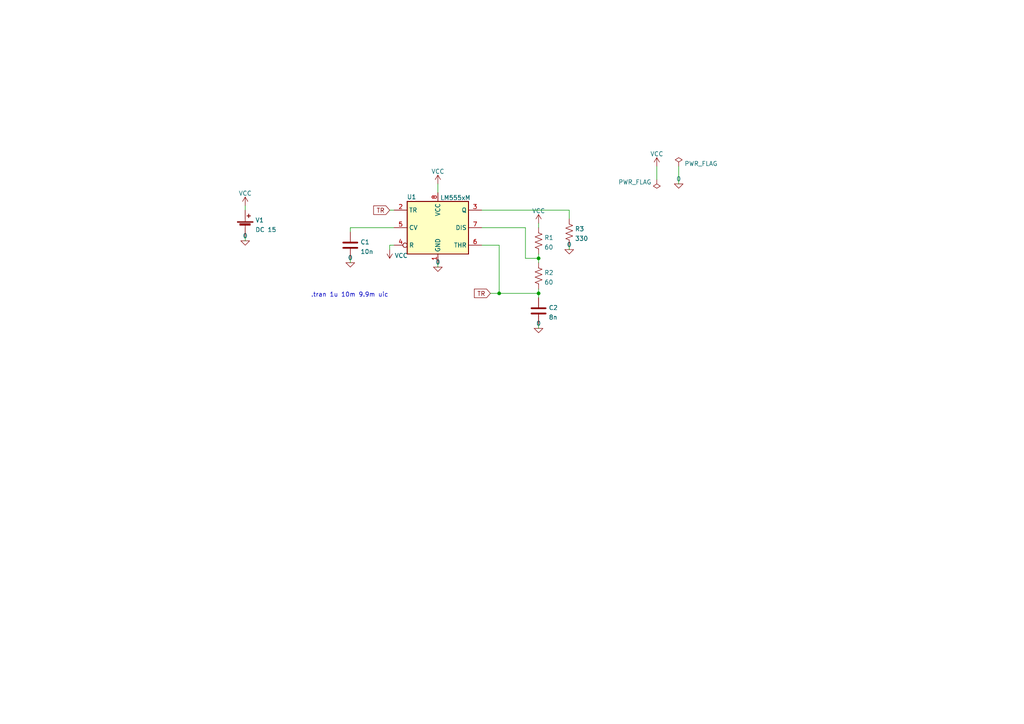
<source format=kicad_sch>
(kicad_sch (version 20210621) (generator eeschema)
  (paper "A4")
  (lib_symbols
    (symbol "Device:Battery_Cell" (pin_numbers hide) (pin_names (offset 0) hide)
      (property "Reference" "BT" (at 2.54 2.54 0))
      (property "Value" "Battery_Cell" (at 2.54 0 0))
      (symbol "Battery_Cell_0_1"
        (rectangle (start -2.286 1.778) (end 2.286 1.524) (fill (type outline)))
        (rectangle (start -1.5748 1.1938) (end 1.4732 0.6858) (fill (type outline)))
        (polyline (pts (xy 0 0.762) (xy 0 0)))
        (polyline (pts (xy 0 1.778) (xy 0 2.54)))
        (polyline (pts (xy 0.508 3.429) (xy 1.524 3.429)) (stroke (width 0.254)))
        (polyline (pts (xy 1.016 3.937) (xy 1.016 2.921)) (stroke (width 0.254)))
      )
      (symbol "Battery_Cell_1_1"
        (pin passive line (at 0 5.08 270) (length 2.54) (name "+") (number "1"))
        (pin passive line (at 0 -2.54 90) (length 2.54) (name "-") (number "2"))
      )
    )
    (symbol "Device:C" (pin_numbers hide) (pin_names (offset 0.254))
      (property "Reference" "C" (at 0.635 2.54 0))
      (property "Value" "C" (at 0.635 -2.54 0))
      (symbol "C_0_1"
        (polyline (pts (xy -2.032 -0.762) (xy 2.032 -0.762)) (stroke (width 0.508)))
        (polyline (pts (xy -2.032 0.762) (xy 2.032 0.762)) (stroke (width 0.508)))
      )
      (symbol "C_1_1"
        (pin passive line (at 0 3.81 270) (length 2.794) (name "~") (number "1"))
        (pin passive line (at 0 -3.81 90) (length 2.794) (name "~") (number "2"))
      )
    )
    (symbol "Device:R_US" (pin_numbers hide) (pin_names (offset 0))
      (property "Reference" "R" (at 2.54 0 90))
      (property "Value" "R_US" (at -2.54 0 90))
      (symbol "R_US_0_1"
        (polyline (pts (xy 0 -2.286) (xy 0 -2.54)))
        (polyline (pts (xy 0 2.286) (xy 0 2.54)))
        (polyline (pts (xy 0 -0.762) (xy 1.016 -1.143) (xy 0 -1.524) (xy -1.016 -1.905) (xy 0 -2.286)))
        (polyline (pts (xy 0 0.762) (xy 1.016 0.381) (xy 0 0) (xy -1.016 -0.381) (xy 0 -0.762)))
        (polyline (pts (xy 0 2.286) (xy 1.016 1.905) (xy 0 1.524) (xy -1.016 1.143) (xy 0 0.762)))
      )
      (symbol "R_US_1_1"
        (pin passive line (at 0 3.81 270) (length 1.27) (name "~") (number "1"))
        (pin passive line (at 0 -3.81 90) (length 1.27) (name "~") (number "2"))
      )
    )
    (symbol "Timer:LM555xM"
      (property "Reference" "U" (at -10.16 8.89 0))
      (property "Value" "LM555xM" (at 2.54 8.89 0))
      (symbol "LM555xM_0_0"
        (pin power_in line (at 0 -10.16 90) (length 2.54) (name "GND") (number "1"))
        (pin power_in line (at 0 10.16 270) (length 2.54) (name "VCC") (number "8"))
      )
      (symbol "LM555xM_0_1"
        (rectangle (start -8.89 -7.62) (end 8.89 7.62) (stroke (width 0.254)) (fill (type background)))
        (rectangle (start -8.89 -7.62) (end 8.89 7.62) (stroke (width 0.254)) (fill (type background)))
      )
      (symbol "LM555xM_1_1"
        (pin input line (at -12.7 5.08 0) (length 3.81) (name "TR") (number "2"))
        (pin output line (at 12.7 5.08 180) (length 3.81) (name "Q") (number "3"))
        (pin input inverted (at -12.7 -5.08 0) (length 3.81) (name "R") (number "4"))
        (pin input line (at -12.7 0 0) (length 3.81) (name "CV") (number "5"))
        (pin input line (at 12.7 -5.08 180) (length 3.81) (name "THR") (number "6"))
        (pin input line (at 12.7 0 180) (length 3.81) (name "DIS") (number "7"))
      )
    )
    (symbol "power:PWR_FLAG" (power) (pin_numbers hide) (pin_names (offset 0) hide)
      (property "Value" "PWR_FLAG" (at 0 3.81 0))
      (symbol "PWR_FLAG_0_0"
        (pin power_out line (at 0 0 90) (length 0) (name "pwr") (number "1"))
      )
      (symbol "PWR_FLAG_0_1"
        (polyline (pts (xy 0 0) (xy 0 1.27) (xy -1.016 1.905) (xy 0 2.54) (xy 1.016 1.905) (xy 0 1.27)))
      )
    )
    (symbol "power:VCC" (power) (pin_names (offset 0))
      (property "Value" "VCC" (at 0 3.81 0))
      (symbol "VCC_0_1"
        (polyline (pts (xy -0.762 1.27) (xy 0 2.54)))
        (polyline (pts (xy 0 0) (xy 0 2.54)))
        (polyline (pts (xy 0 2.54) (xy 0.762 1.27)))
      )
      (symbol "VCC_1_1"
        (pin power_in line (at 0 0 90) (length 0) hide (name "VCC") (number "1"))
      )
    )
    (symbol "pspice:0" (power) (pin_names (offset 0))
      (property "Value" "0" (at 0 -1.778 0))
      (symbol "0_0_1"
        (polyline (pts (xy -1.27 0) (xy 0 -1.27) (xy 1.27 0) (xy -1.27 0)))
      )
      (symbol "0_1_1"
        (pin power_in line (at 0 0 0) (length 0) hide (name "0") (number "1"))
      )
    )
  )
  (junction (at 144.78 85.09))
  (junction (at 156.21 74.93))
  (junction (at 156.21 85.09))
  (wire (pts (xy 71.12 59.69) (xy 71.12 60.96)))
  (wire (pts (xy 71.12 68.58) (xy 71.12 69.85)))
  (wire (pts (xy 101.6 66.04) (xy 101.6 67.31)))
  (wire (pts (xy 101.6 66.04) (xy 114.3 66.04)))
  (wire (pts (xy 101.6 74.93) (xy 101.6 76.2)))
  (wire (pts (xy 113.03 60.96) (xy 114.3 60.96)))
  (wire (pts (xy 113.03 71.12) (xy 113.03 72.39)))
  (wire (pts (xy 113.03 71.12) (xy 114.3 71.12)))
  (wire (pts (xy 127 53.34) (xy 127 55.88)))
  (wire (pts (xy 127 76.2) (xy 127 77.47)))
  (wire (pts (xy 139.7 60.96) (xy 165.1 60.96)))
  (wire (pts (xy 139.7 66.04) (xy 152.4 66.04)))
  (wire (pts (xy 139.7 71.12) (xy 144.78 71.12)))
  (wire (pts (xy 142.24 85.09) (xy 144.78 85.09)))
  (wire (pts (xy 144.78 85.09) (xy 144.78 71.12)))
  (wire (pts (xy 152.4 66.04) (xy 152.4 74.93)))
  (wire (pts (xy 152.4 74.93) (xy 156.21 74.93)))
  (wire (pts (xy 156.21 66.04) (xy 156.21 64.77)))
  (wire (pts (xy 156.21 74.93) (xy 156.21 73.66)))
  (wire (pts (xy 156.21 74.93) (xy 156.21 76.2)))
  (wire (pts (xy 156.21 83.82) (xy 156.21 85.09)))
  (wire (pts (xy 156.21 85.09) (xy 144.78 85.09)))
  (wire (pts (xy 156.21 85.09) (xy 156.21 86.36)))
  (wire (pts (xy 156.21 93.98) (xy 156.21 95.25)))
  (wire (pts (xy 165.1 60.96) (xy 165.1 63.5)))
  (wire (pts (xy 165.1 71.12) (xy 165.1 72.39)))
  (wire (pts (xy 190.5 48.26) (xy 190.5 52.07)))
  (wire (pts (xy 196.85 48.26) (xy 196.85 53.34)))
  (text ".tran 1u 10m 9.9m uic" (at 90.17 86.36 0) (effects (font (size 1.27 1.27)) (justify left bottom)))
  (global_label "TR" (shape input) (at 113.03 60.96 180) (property "Intersheet References" "${INTERSHEET_REFS}" (effects hide)))
  (global_label "TR" (shape input) (at 142.24 85.09 180) (property "Intersheet References" "${INTERSHEET_REFS}" (effects hide)))
  (symbol (lib_id "power:VCC") (at 71.12 59.69 0) (unit 1)
    (property "Reference" "#PWR01" (effects hide))
    (property "Value" "VCC" (at 71.12 56.0855 0))
  )
  (symbol (lib_id "power:VCC") (at 113.03 72.39 180) (unit 1)
    (property "Reference" "#PWR0108" (effects hide))
    (property "Value" "VCC" (at 114.427 74.1389 0) (effects (justify right)))
  )
  (symbol (lib_id "power:VCC") (at 127 53.34 0) (unit 1)
    (property "Reference" "#PWR03" (effects hide))
    (property "Value" "VCC" (at 127 49.7355 0))
  )
  (symbol (lib_id "power:VCC") (at 156.21 64.77 0) (unit 1)
    (property "Reference" "#PWR0104" (effects hide))
    (property "Value" "VCC" (at 156.21 61.1655 0))
  )
  (symbol (lib_id "power:VCC") (at 190.5 48.26 0) (unit 1)
    (property "Reference" "#PWR0101" (effects hide))
    (property "Value" "VCC" (at 190.5 44.6555 0))
  )
  (symbol (lib_id "pspice:0") (at 71.12 69.85 0) (unit 1)
    (property "Reference" "#GND01" (effects hide))
    (property "Value" "0" (at 71.12 68.4044 0))
  )
  (symbol (lib_id "pspice:0") (at 101.6 76.2 0) (unit 1)
    (property "Reference" "#GND02" (effects hide))
    (property "Value" "0" (at 101.6 74.7544 0))
  )
  (symbol (lib_id "pspice:0") (at 127 77.47 0) (unit 1)
    (property "Reference" "#GND03" (effects hide))
    (property "Value" "0" (at 127 76.0244 0))
  )
  (symbol (lib_id "pspice:0") (at 156.21 95.25 0) (unit 1)
    (property "Reference" "#GND04" (effects hide))
    (property "Value" "0" (at 156.21 93.8044 0))
  )
  (symbol (lib_id "pspice:0") (at 165.1 72.39 0) (unit 1)
    (property "Reference" "#GND05" (effects hide))
    (property "Value" "0" (at 165.1 70.9444 0))
  )
  (symbol (lib_id "pspice:0") (at 196.85 53.34 0) (unit 1)
    (property "Reference" "#GND06" (effects hide))
    (property "Value" "0" (at 196.85 51.8944 0))
  )
  (symbol (lib_id "power:PWR_FLAG") (at 190.5 52.07 180) (unit 1)
    (property "Reference" "#FLG0102" (effects hide))
    (property "Value" "PWR_FLAG" (at 184.15 52.8224 0))
  )
  (symbol (lib_id "power:PWR_FLAG") (at 196.85 48.26 0) (unit 1)
    (property "Reference" "#FLG0101" (effects hide))
    (property "Value" "PWR_FLAG" (at 198.501 47.469 0) (effects (justify left)))
  )
  (symbol (lib_id "Device:R_US") (at 156.21 69.85 0) (unit 1)
    (property "Reference" "R1" (at 157.861 68.9415 0) (effects (justify left)))
    (property "Value" "60" (at 157.861 71.7166 0) (effects (justify left)))
  )
  (symbol (lib_id "Device:R_US") (at 156.21 80.01 0) (unit 1)
    (property "Reference" "R2" (at 157.861 79.1015 0) (effects (justify left)))
    (property "Value" "60" (at 157.861 81.8766 0) (effects (justify left)))
  )
  (symbol (lib_id "Device:R_US") (at 165.1 67.31 0) (unit 1)
    (property "Reference" "R3" (at 166.751 66.4015 0) (effects (justify left)))
    (property "Value" "330" (at 166.751 69.1766 0) (effects (justify left)))
  )
  (symbol (lib_id "Device:Battery_Cell") (at 71.12 66.04 0) (unit 1)
    (property "Reference" "V1" (at 74.041 63.8615 0) (effects (justify left)))
    (property "Value" "DC 15" (at 74.041 66.6366 0) (effects (justify left)))
  )
  (symbol (lib_id "Device:C") (at 101.6 71.12 0) (unit 1)
    (property "Reference" "C1" (at 104.521 70.2115 0) (effects (justify left)))
    (property "Value" "10n" (at 104.521 72.9866 0) (effects (justify left)))
  )
  (symbol (lib_id "Device:C") (at 156.21 90.17 0) (unit 1)
    (property "Reference" "C2" (at 159.131 89.2615 0) (effects (justify left)))
    (property "Value" "8n" (at 159.131 92.0366 0) (effects (justify left)))
  )
  (symbol (lib_id "Timer:LM555xM") (at 127 66.04 0) (unit 1)
    (property "Reference" "U1" (at 119.38 57.1204 0))
    (property "Value" "LM555xM" (at 132.08 57.3555 0))
    (property "Footprint" "Package_SO:SOIC-8_3.9x4.9mm_P1.27mm" (effects hide))
    (property "Datasheet" "http://www.ti.com/lit/ds/symlink/lm555.pdf" (effects hide))
    (property "Spice_Primitive" "X" (effects hide))
    (property "Spice_Model" "555C" (effects hide))
    (property "Spice_Netlist_Enabled" "Y" (effects hide))
    (property "Spice_Lib_File" "E:\\21-22 FALL\\GRADUATION PROJECT\\FMCW-controllable-MHz-triangle-wave-generator\\project\\simulation\\555\\anl_misc.lib" (effects hide))
  )
)
</source>
